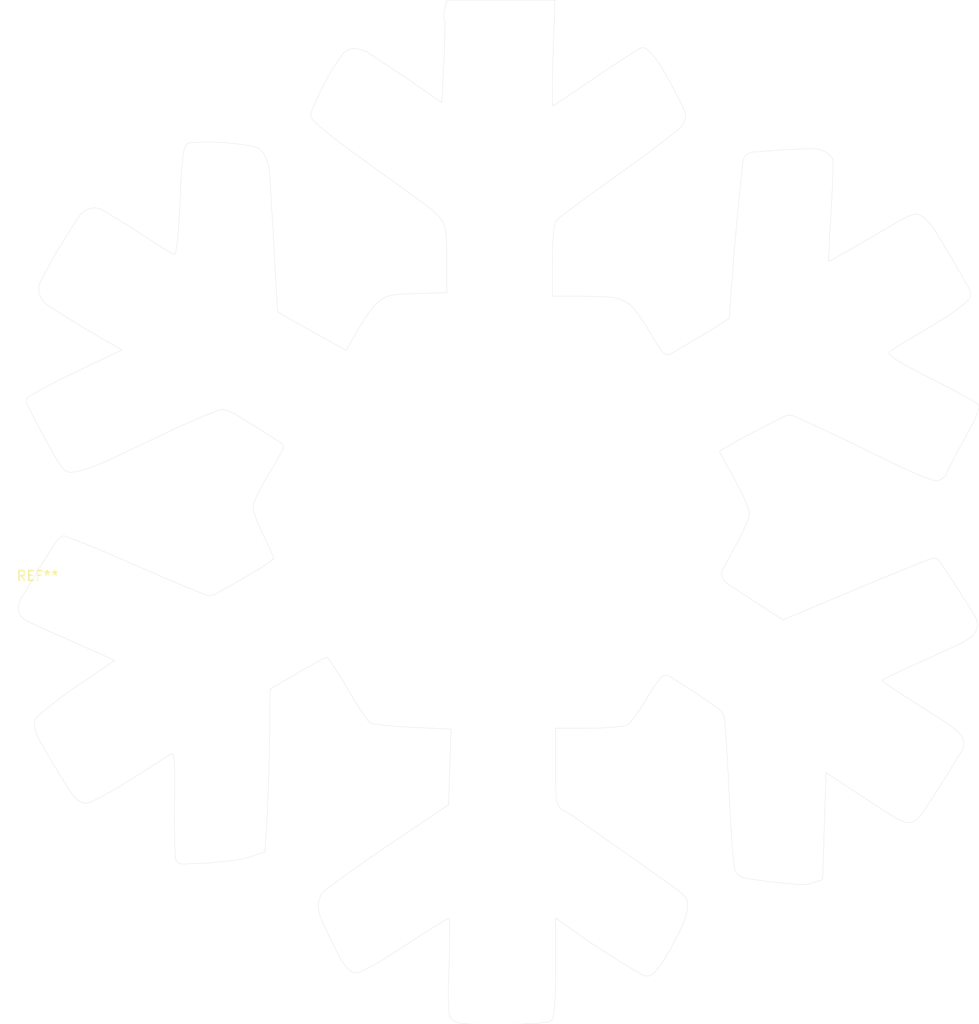
<source format=kicad_pcb>
(kicad_pcb (version 20211014) (generator pcbnew)
  (layers (0 "F.Cu" signal) (31 "B.Cu" signal) (34 "B.Paste" user) (35 "F.Paste" user) (36 "B.SilkS" user "B.Silkscreen") (37 "F.SilkS" user "F.Silkscreen") (38 "B.Mask" user) (39 "F.Mask" user) (44 "Edge.Cuts" user))
  (net 0 "")
  (footprint "IEEEOrnamentOutlines:Snowflake" (layer "F.Cu") (at 92.06 104.73)
    (fp_text reference "REF**" (at 0 0.5) (layer "F.SilkS"))
    (fp_text value "Snowflake")
    (fp_line (start 32.164063 -23.390444) (end 31.844649 -22.830767) (layer "Edge.Cuts") (width 0.024499))
    (fp_line (start 39.942292 -28.571907) (end 37.50441 -28.486176) (layer "Edge.Cuts") (width 0.024499))
    (fp_line (start 67.643857 12.481934) (end 70.096635 14.164182) (layer "Edge.Cuts") (width 0.024499))
    (fp_line (start 54.117291 36.265111) (end 56.933232 38.246182) (layer "Edge.Cuts") (width 0.024499))
    (fp_line (start 88.93333 -10.66407) (end 90.986188 -9.758007) (layer "Edge.Cuts") (width 0.024499))
    (fp_line (start 56.077563 -28.276691) (end 52.979792 -28.276691) (layer "Edge.Cuts") (width 0.024499))
    (fp_line (start 23.720683 -2.70764) (end 24.047609 -1.966854) (layer "Edge.Cuts") (width 0.024499))
    (fp_line (start 52.978806 -47.937935) (end 52.98487 -49.470284) (layer "Edge.Cuts") (width 0.024499))
    (fp_line (start 73.188571 -6.392345) (end 72.811532 -7.316768) (layer "Edge.Cuts") (width 0.024499))
    (fp_line (start 34.762802 15.76912) (end 35.896104 15.891558) (layer "Edge.Cuts") (width 0.024499))
    (fp_line (start 5.524046 8.112004) (end 7.943301 9.194961) (layer "Edge.Cuts") (width 0.024499))
    (fp_line (start 94.690784 -12.275951) (end 95.381105 -13.533862) (layer "Edge.Cuts") (width 0.024499))
    (fp_line (start 63.170083 12.337705) (end 63.686331 11.570509) (layer "Edge.Cuts") (width 0.024499))
    (fp_line (start 2.020467 -19.544334) (end 0.430534 -18.702134) (layer "Edge.Cuts") (width 0.024499))
    (fp_line (start 88.944651 -23.356782) (end 90.064656 -24.036388) (layer "Edge.Cuts") (width 0.024499))
    (fp_line (start 60.707846 -52.952784) (end 59.219828 -51.991828) (layer "Edge.Cuts") (width 0.024499))
    (fp_line (start 29.81708 -50.676691) (end 29.181684 -49.481448) (layer "Edge.Cuts") (width 0.024499))
    (fp_line (start 2.436584 12.986089) (end 1.095976 14.024778) (layer "Edge.Cuts") (width 0.024499))
    (fp_line (start 68.642291 -24.383951) (end 67.615338 -23.784083) (layer "Edge.Cuts") (width 0.024499))
    (fp_line (start 71.116928 -25.963198) (end 70.439369 -25.497267) (layer "Edge.Cuts") (width 0.024499))
    (fp_line (start 1.934101 -32.778084) (end 0.324411 -29.82134) (layer "Edge.Cuts") (width 0.024499))
    (fp_line (start 42.129792 -32.240681) (end 42.129792 -28.626691) (layer "Edge.Cuts") (width 0.024499))
    (fp_line (start 23.301974 -3.563494) (end 23.720683 -2.70764) (layer "Edge.Cuts") (width 0.024499))
    (fp_line (start 95.178346 -18.105414) (end 93.61008 -18.944719) (layer "Edge.Cuts") (width 0.024499))
    (fp_line (start 95.381105 -13.533862) (end 96.217476 -15.087334) (layer "Edge.Cuts") (width 0.024499))
    (fp_line (start 61.506773 14.922556) (end 62.077229 14.112876) (layer "Edge.Cuts") (width 0.024499))
    (fp_line (start 85.541214 -34.174387) (end 83.995842 -33.27512) (layer "Edge.Cuts") (width 0.024499))
    (fp_line (start 24.864864 -11.793432) (end 24.357729 -10.910132) (layer "Edge.Cuts") (width 0.024499))
    (fp_line (start 62.632622 13.218471) (end 63.170083 12.337705) (layer "Edge.Cuts") (width 0.024499))
    (fp_line (start 28.648345 9.433218) (end 29.455548 8.997679) (layer "Edge.Cuts") (width 0.024499))
    (fp_line (start 59.230126 16.072806) (end 60.244341 15.965271) (layer "Edge.Cuts") (width 0.024499))
    (fp_line (start 22.509433 -5.361661) (end 22.872378 -4.468665) (layer "Edge.Cuts") (width 0.024499))
    (fp_line (start 27.696832 9.963049) (end 28.648345 9.433218) (layer "Edge.Cuts") (width 0.024499))
    (fp_line (start 33.980633 -26.393804) (end 33.433896 -25.585421) (layer "Edge.Cuts") (width 0.024499))
    (fp_line (start 25.27421 -12.546789) (end 24.864864 -11.793432) (layer "Edge.Cuts") (width 0.024499))
    (fp_line (start 80.804792 31.732767) (end 80.979792 26.239228) (layer "Edge.Cuts") (width 0.024499))
    (fp_line (start 88.307026 10.542853) (end 89.801208 9.837057) (layer "Edge.Cuts") (width 0.024499))
    (fp_line (start 71.671391 -2.281984) (end 72.287034 -3.411237) (layer "Edge.Cuts") (width 0.024499))
    (fp_line (start 64.248856 -44.078178) (end 65.945702 -45.417074) (layer "Edge.Cuts") (width 0.024499))
    (fp_line (start 70.439369 -25.497267) (end 69.616073 -24.966612) (layer "Edge.Cuts") (width 0.024499))
    (fp_line (start 63.686331 11.570509) (end 64.140785 10.956227) (layer "Edge.Cuts") (width 0.024499))
    (fp_line (start 0 0) (end -1.732624 2.903332) (layer "Edge.Cuts") (width 0.024499))
    (fp_line (start 22.872378 -4.468665) (end 23.301974 -3.563494) (layer "Edge.Cuts") (width 0.024499))
    (fp_line (start 30.330936 38.223309) (end 31.10906 39.725212) (layer "Edge.Cuts") (width 0.024499))
    (fp_line (start 90.064656 -24.036388) (end 91.304791 -24.774331) (layer "Edge.Cuts") (width 0.024499))
    (fp_line (start 91.823284 -19.867122) (end 89.596159 -21.026713) (layer "Edge.Cuts") (width 0.024499))
    (fp_line (start 12.301337 19.721348) (end 13.39941 19.021875) (layer "Edge.Cuts") (width 0.024499))
    (fp_line (start 37.484061 -51.029539) (end 33.958734 -53.347228) (layer "Edge.Cuts") (width 0.024499))
    (fp_line (start 14.910461 30.138083) (end 17.573747 30.032815) (layer "Edge.Cuts") (width 0.024499))
    (fp_line (start 60.989312 15.569457) (end 61.506773 14.922556) (layer "Edge.Cuts") (width 0.024499))
    (fp_line (start 9.985821 -0.636032) (end 7.239903 -1.830366) (layer "Edge.Cuts") (width 0.024499))
    (fp_line (start 93.61008 -18.944719) (end 91.823284 -19.867122) (layer "Edge.Cuts") (width 0.024499))
    (fp_line (start 79.835673 32.07293) (end 80.804792 31.732767) (layer "Edge.Cuts") (width 0.024499))
    (fp_line (start 65.942708 32.859906) (end 60.62432 29.083693) (layer "Edge.Cuts") (width 0.024499))
    (fp_line (start 59.851453 -40.838758) (end 62.188825 -42.52288) (layer "Edge.Cuts") (width 0.024499))
    (fp_line (start 52.979792 -31.884795) (end 53.006384 -33.484357) (layer "Edge.Cuts") (width 0.024499))
    (fp_line (start 75.700636 32.014885) (end 78.477376 32.262875) (layer "Edge.Cuts") (width 0.024499))
    (fp_line (start 81.154792 20.745688) (end 85.128448 23.359499) (layer "Edge.Cuts") (width 0.024499))
    (fp_line (start 85.128448 23.359499) (end 87.738315 25.047632) (layer "Edge.Cuts") (width 0.024499))
    (fp_line (start 24.423081 -31.571229) (end 24.26591 -34.589515) (layer "Edge.Cuts") (width 0.024499))
    (fp_line (start 57.522015 -39.175363) (end 59.851453 -40.838758) (layer "Edge.Cuts") (width 0.024499))
    (fp_line (start 42.143128 -58.726691) (end 41.92851 -57.871583) (layer "Edge.Cuts") (width 0.024499))
    (fp_line (start 53.329792 40.735619) (end 53.329792 35.687929) (layer "Edge.Cuts") (width 0.024499))
    (fp_line (start 81.676461 -36.973862) (end 81.784445 -38.921093) (layer "Edge.Cuts") (width 0.024499))
    (fp_line (start 31.189924 -44.008397) (end 34.342291 -41.714183) (layer "Edge.Cuts") (width 0.024499))
    (fp_line (start 26.636868 10.573309) (end 27.696832 9.963049) (layer "Edge.Cuts") (width 0.024499))
    (fp_line (start 53.006384 -33.484357) (end 53.091357 -34.7143) (layer "Edge.Cuts") (width 0.024499))
    (fp_line (start 24.702622 -26.732195) (end 24.566887 -29.021603) (layer "Edge.Cuts") (width 0.024499))
    (fp_line (start 41.928268 -55.320837) (end 41.894062 -53.923573) (layer "Edge.Cuts") (width 0.024499))
    (fp_line (start -1.079818 -17.147319) (end 0.329374 -14.420809) (layer "Edge.Cuts") (width 0.024499))
    (fp_line (start 14.081818 26.047458) (end 14.116264 27.891904) (layer "Edge.Cuts") (width 0.024499))
    (fp_line (start 18.005121 -44.121743) (end 16.836407 -44.126637) (layer "Edge.Cuts") (width 0.024499))
    (fp_line (start 23.793364 21.279937) (end 23.857156 18.948218) (layer "Edge.Cuts") (width 0.024499))
    (fp_line (start 29.181684 -49.481448) (end 28.642744 -48.350605) (layer "Edge.Cuts") (width 0.024499))
    (fp_line (start 88.010497 -22.779187) (end 88.944651 -23.356782) (layer "Edge.Cuts") (width 0.024499))
    (fp_line (start 16.836407 -44.126637) (end 15.867257 -44.088603) (layer "Edge.Cuts") (width 0.024499))
    (fp_line (start 94.707112 1.800337) (end 92.841395 -1.017752) (layer "Edge.Cuts") (width 0.024499))
    (fp_line (start 32.660821 13.392303) (end 33.391573 14.514635) (layer "Edge.Cuts") (width 0.024499))
    (fp_line (start 23.404792 28.880665) (end 23.624404 25.239487) (layer "Edge.Cuts") (width 0.024499))
    (fp_line (start 34.511086 -27.09861) (end 33.980633 -26.393804) (layer "Edge.Cuts") (width 0.024499))
    (fp_line (start 33.433896 -25.585421) (end 32.952691 -24.784453) (layer "Edge.Cuts") (width 0.024499))
    (fp_line (start 29.351948 36.154211) (end 30.330936 38.223309) (layer "Edge.Cuts") (width 0.024499))
    (fp_line (start 94.153176 -32.075328) (end 92.488215 -34.84702) (layer "Edge.Cuts") (width 0.024499))
    (fp_line (start 59.707912 40.031071) (end 62.193237 41.513582) (layer "Edge.Cuts") (width 0.024499))
    (fp_line (start 14.116264 27.891904) (end 14.180116 29.445352) (layer "Edge.Cuts") (width 0.024499))
    (fp_line (start 35.896104 15.891558) (end 37.256815 16.00416) (layer "Edge.Cuts") (width 0.024499))
    (fp_line (start 42.431449 20.157381) (end 42.304792 24.048309) (layer "Edge.Cuts") (width 0.024499))
    (fp_line (start 72.300375 -8.395988) (end 71.695632 -9.515967) (layer "Edge.Cuts") (width 0.024499))
    (fp_line (start 53.255132 -58.726691) (end 47.69913 -58.726691) (layer "Edge.Cuts") (width 0.024499))
    (fp_line (start 23.891196 16.87331) (end 23.938377 12.148309) (layer "Edge.Cuts") (width 0.024499))
    (fp_line (start 90.52714 13.694324) (end 89.155493 12.820664) (layer "Edge.Cuts") (width 0.024499))
    (fp_line (start 41.822457 -52.319586) (end 41.604792 -48.187481) (layer "Edge.Cuts") (width 0.024499))
    (fp_line (start 35.738636 39.871784) (end 37.711888 38.601729) (layer "Edge.Cuts") (width 0.024499))
    (fp_line (start 20.664382 1.043402) (end 18.315195 2.369973) (layer "Edge.Cuts") (width 0.024499))
    (fp_line (start 33.391573 14.514635) (end 34.037823 15.412309) (layer "Edge.Cuts") (width 0.024499))
    (fp_line (start 81.413058 -31.97523) (end 81.478207 -33.42157) (layer "Edge.Cuts") (width 0.024499))
    (fp_line (start 76.684514 -43.331901) (end 73.685978 -43.09987) (layer "Edge.Cuts") (width 0.024499))
    (fp_line (start 0.603252 18.137331) (end 2.350555 21.066244) (layer "Edge.Cuts") (width 0.024499))
    (fp_line (start 8.02688 22.423648) (end 9.545785 21.487375) (layer "Edge.Cuts") (width 0.024499))
    (fp_line (start 59.219828 -51.991828) (end 57.529792 -50.851691) (layer "Edge.Cuts") (width 0.024499))
    (fp_line (start 72.806559 -4.498284) (end 73.189302 -5.428985) (layer "Edge.Cuts") (width 0.024499))
    (fp_line (start 33.20054 41.236152) (end 34.28027 40.715014) (layer "Edge.Cuts") (width 0.024499))
    (fp_line (start 53.329791 20.185995) (end 53.329792 16.173309) (layer "Edge.Cuts") (width 0.024499))
    (fp_line (start 87.009304 11.174552) (end 88.307026 10.542853) (layer "Edge.Cuts") (width 0.024499))
    (fp_line (start 12.750489 0.574638) (end 9.985821 -0.636032) (layer "Edge.Cuts") (width 0.024499))
    (fp_line (start 1.111421 -27.276732) (end 4.398592 -25.228687) (layer "Edge.Cuts") (width 0.024499))
    (fp_line (start 80.979792 26.239228) (end 81.154792 20.745688) (layer "Edge.Cuts") (width 0.024499))
    (fp_line (start 71.096955 -10.580072) (end 70.608125 -11.485257) (layer "Edge.Cuts") (width 0.024499))
    (fp_line (start 67.615338 -23.784083) (end 66.627991 -23.200243) (layer "Edge.Cuts") (width 0.024499))
    (fp_line (start 7.943301 9.194961) (end 3.975601 11.896635) (layer "Edge.Cuts") (width 0.024499))
    (fp_line (start 42.285903 44.213445) (end 42.344791 45.434852) (layer "Edge.Cuts") (width 0.024499))
    (fp_line (start 2.350555 21.066244) (end 3.293453 22.570796) (layer "Edge.Cuts") (width 0.024499))
    (fp_line (start 42.4263 38.69834) (end 42.360475 40.523978) (layer "Edge.Cuts") (width 0.024499))
    (fp_line (start 13.39941 19.021875) (end 13.717995 18.825833) (layer "Edge.Cuts") (width 0.024499))
    (fp_line (start 79.632588 -43.444614) (end 76.684514 -43.331901) (layer "Edge.Cuts") (width 0.024499))
    (fp_line (start 32.530877 -24.03655) (end 32.164063 -23.390444) (layer "Edge.Cuts") (width 0.024499))
    (fp_line (start 42.432645 37.165732) (end 42.4263 38.69834) (layer "Edge.Cuts") (width 0.024499))
    (fp_line (start 32.952691 -24.784453) (end 32.530877 -24.03655) (layer "Edge.Cuts") (width 0.024499))
    (fp_line (start 53.22773 44.658769) (end 53.306348 43.039341) (layer "Edge.Cuts") (width 0.024499))
    (fp_line (start 57.529792 -50.851691) (end 55.856753 -49.711185) (layer "Edge.Cuts") (width 0.024499))
    (fp_line (start 22.642448 -7.897252) (end 22.268461 -7.040788) (layer "Edge.Cuts") (width 0.024499))
    (fp_line (start 74.494662 -14.713463) (end 76.82745 -15.891989) (layer "Edge.Cuts") (width 0.024499))
    (fp_line (start 23.754791 -9.919922) (end 23.151764 -8.893031) (layer "Edge.Cuts") (width 0.024499))
    (fp_line (start 13.689233 -32.738326) (end 12.572245 -33.438311) (layer "Edge.Cuts") (width 0.024499))
    (fp_line (start 72.287034 -3.411237) (end 72.806559 -4.498284) (layer "Edge.Cuts") (width 0.024499))
    (fp_line (start 81.784445 -38.921093) (end 81.847482 -40.635978) (layer "Edge.Cuts") (width 0.024499))
    (fp_line (start 64.41954 40.084327) (end 65.117354 38.92331) (layer "Edge.Cuts") (width 0.024499))
    (fp_line (start 85.118741 -12.522565) (end 88.93333 -10.66407) (layer "Edge.Cuts") (width 0.024499))
    (fp_line (start 41.604792 -48.187481) (end 37.484061 -51.029539) (layer "Edge.Cuts") (width 0.024499))
    (fp_line (start 41.894062 -53.923573) (end 41.822457 -52.319586) (layer "Edge.Cuts") (width 0.024499))
    (fp_line (start 53.010237 -51.221465) (end 53.070069 -53.301691) (layer "Edge.Cuts") (width 0.024499))
    (fp_line (start 29.900402 8.97623) (end 30.493388 9.806628) (layer "Edge.Cuts") (width 0.024499))
    (fp_line (start 84.277374 1.850895) (end 76.729402 5.028481) (layer "Edge.Cuts") (width 0.024499))
    (fp_line (start 76.729402 5.028481) (end 73.867097 3.186474) (layer "Edge.Cuts") (width 0.024499))
    (fp_line (start 14.891401 -14.982899) (end 17.065025 -15.926447) (layer "Edge.Cuts") (width 0.024499))
    (fp_line (start 91.941191 -1.264262) (end 89.737298 -0.392784) (layer "Edge.Cuts") (width 0.024499))
    (fp_line (start 4.444943 7.630685) (end 5.524046 8.112004) (layer "Edge.Cuts") (width 0.024499))
    (fp_line (start 42.285709 42.594054) (end 42.285903 44.213445) (layer "Edge.Cuts") (width 0.024499))
    (fp_line (start 89.155493 12.820664) (end 88.000041 12.05667) (layer "Edge.Cuts") (width 0.024499))
    (fp_line (start 20.343693 -16.125913) (end 22.667901 -14.709179) (layer "Edge.Cuts") (width 0.024499))
    (fp_line (start 14.074366 19.652241) (end 14.123749 21.081554) (layer "Edge.Cuts") (width 0.024499))
    (fp_line (start 72.608418 -42.146901) (end 72.15178 -37.812993) (layer "Edge.Cuts") (width 0.024499))
    (fp_line (start 11.000372 20.553293) (end 12.301337 19.721348) (layer "Edge.Cuts") (width 0.024499))
    (fp_line (start 72.811532 -7.316768) (end 72.300375 -8.395988) (layer "Edge.Cuts") (width 0.024499))
    (fp_line (start 82.355729 -13.865403) (end 85.118741 -12.522565) (layer "Edge.Cuts") (width 0.024499))
    (fp_line (start 37.256815 16.00416) (end 38.756449 16.090079) (layer "Edge.Cuts") (width 0.024499))
    (fp_line (start 31.907601 12.109779) (end 32.660821 13.392303) (layer "Edge.Cuts") (width 0.024499))
    (fp_line (start 65.522103 -49.506333) (end 64.471665 -51.407824) (layer "Edge.Cuts") (width 0.024499))
    (fp_line (start 53.091357 -34.7143) (end 53.223204 -35.620088) (layer "Edge.Cuts") (width 0.024499))
    (fp_line (start 53.106977 45.804673) (end 53.22773 44.658769) (layer "Edge.Cuts") (width 0.024499))
    (fp_line (start 33.466497 30.016681) (end 31.327088 31.550789) (layer "Edge.Cuts") (width 0.024499))
    (fp_line (start 14.123749 21.081554) (end 14.094547 23.946574) (layer "Edge.Cuts") (width 0.024499))
    (fp_line (start 71.051242 20.231526) (end 71.195376 23.161811) (layer "Edge.Cuts") (width 0.024499))
    (fp_line (start 17.573747 30.032815) (end 20.249924 29.769422) (layer "Edge.Cuts") (width 0.024499))
    (fp_line (start 35.934127 28.327361) (end 33.466497 30.016681) (layer "Edge.Cuts") (width 0.024499))
    (fp_line (start 11.260963 -34.276448) (end 9.787302 -35.239134) (layer "Edge.Cuts") (width 0.024499))
    (fp_line (start 72.139021 -13.461608) (end 74.494662 -14.713463) (layer "Edge.Cuts") (width 0.024499))
    (fp_line (start 73.867097 3.186474) (end 71.047657 1.326891) (layer "Edge.Cuts") (width 0.024499))
    (fp_line (start 66.392895 -47.789864) (end 65.522103 -49.506333) (layer "Edge.Cuts") (width 0.024499))
    (fp_line (start 70.210735 -12.338184) (end 72.139021 -13.461608) (layer "Edge.Cuts") (width 0.024499))
    (fp_line (start 24.26591 -34.589515) (end 23.880519 -40.991556) (layer "Edge.Cuts") (width 0.024499))
    (fp_line (start 47.69913 -58.726691) (end 42.143128 -58.726691) (layer "Edge.Cuts") (width 0.024499))
    (fp_line (start 88.000041 12.05667) (end 87.004738 11.379559) (layer "Edge.Cuts") (width 0.024499))
    (fp_line (start 22.667901 -14.709179) (end 25.095286 -13.154802) (layer "Edge.Cuts") (width 0.024499))
    (fp_line (start 24.566887 -29.021603) (end 24.423081 -31.571229) (layer "Edge.Cuts") (width 0.024499))
    (fp_line (start 94.108927 -11.171408) (end 94.690784 -12.275951) (layer "Edge.Cuts") (width 0.024499))
    (fp_line (start 63.984912 -22.987216) (end 62.905927 -24.750457) (layer "Edge.Cuts") (width 0.024499))
    (fp_line (start 3.198573 7.078058) (end 4.444943 7.630685) (layer "Edge.Cuts") (width 0.024499))
    (fp_line (start 1.004792 6.112933) (end 1.982412 6.541371) (layer "Edge.Cuts") (width 0.024499))
    (fp_line (start 0.430534 -18.702134) (end -0.883567 -17.957619) (layer "Edge.Cuts") (width 0.024499))
    (fp_line (start 23.938377 12.148309) (end 26.636868 10.573309) (layer "Edge.Cuts") (width 0.024499))
    (fp_line (start 5.487502 23.754007) (end 6.642514 23.190089) (layer "Edge.Cuts") (width 0.024499))
    (fp_line (start 72.15178 -37.812993) (end 71.677197 -32.581223) (layer "Edge.Cuts") (width 0.024499))
    (fp_line (start 14.371635 -33.69981) (end 14.206592 -32.715961) (layer "Edge.Cuts") (width 0.024499))
    (fp_line (start 3.975601 11.896635) (end 2.436584 12.986089) (layer "Edge.Cuts") (width 0.024499))
    (fp_line (start 93.100593 21.781479) (end 95.089915 18.57297) (layer "Edge.Cuts") (width 0.024499))
    (fp_line (start 1.779796 -2.838598) (end 0 0) (layer "Edge.Cuts") (width 0.024499))
    (fp_line (start 62.188825 -42.52288) (end 64.248856 -44.078178) (layer "Edge.Cuts") (width 0.024499))
    (fp_line (start 55.487795 -37.68399) (end 57.522015 -39.175363) (layer "Edge.Cuts") (width 0.024499))
    (fp_line (start 71.195376 23.161811) (end 71.377488 26.722343) (layer "Edge.Cuts") (width 0.024499))
    (fp_line (start 42.129792 -28.626691) (end 39.942292 -28.571907) (layer "Edge.Cuts") (width 0.024499))
    (fp_line (start 31.327088 31.550789) (end 29.547904 32.880504) (layer "Edge.Cuts") (width 0.024499))
    (fp_line (start 41.936729 -56.510451) (end 41.928268 -55.320837) (layer "Edge.Cuts") (width 0.024499))
    (fp_line (start 23.712075 23.509281) (end 23.793364 21.279937) (layer "Edge.Cuts") (width 0.024499))
    (fp_line (start 53.329792 16.173309) (end 56.677801 16.173309) (layer "Edge.Cuts") (width 0.024499))
    (fp_line (start 51.413863 46.520553) (end 52.516901 46.399115) (layer "Edge.Cuts") (width 0.024499))
    (fp_line (start 24.357729 -10.910132) (end 23.754791 -9.919922) (layer "Edge.Cuts") (width 0.024499))
    (fp_line (start 9.787302 -35.239134) (end 6.693523 -37.133369) (layer "Edge.Cuts") (width 0.024499))
    (fp_line (start 8.667393 -22.731132) (end 3.87159 -20.45232) (layer "Edge.Cuts") (width 0.024499))
    (fp_line (start 91.304791 -24.774331) (end 93.483414 -26.105133) (layer "Edge.Cuts") (width 0.024499))
    (fp_line (start 53.776749 -36.400018) (end 55.487795 -37.68399) (layer "Edge.Cuts") (width 0.024499))
    (fp_line (start 47.672106 46.623309) (end 49.860428 46.599601) (layer "Edge.Cuts") (width 0.024499))
    (fp_line (start 58.00664 16.148294) (end 59.230126 16.072806) (layer "Edge.Cuts") (width 0.024499))
    (fp_line (start 53.34924 22.541485) (end 53.329791 20.185995) (layer "Edge.Cuts") (width 0.024499))
    (fp_line (start 53.070069 -53.301691) (end 53.255132 -58.726691) (layer "Edge.Cuts") (width 0.024499))
    (fp_line (start 4.866374 -2.799168) (end 2.816343 -3.591725) (layer "Edge.Cuts") (width 0.024499))
    (fp_line (start 56.933232 38.246182) (end 59.707912 40.031071) (layer "Edge.Cuts") (width 0.024499))
    (fp_line (start 65.099985 10.865477) (end 67.643857 12.481934) (layer "Edge.Cuts") (width 0.024499))
    (fp_line (start 87.202156 0.633105) (end 84.277374 1.850895) (layer "Edge.Cuts") (width 0.024499))
    (fp_line (start 31.700491 -22.731769) (end 28.459962 -24.530592) (layer "Edge.Cuts") (width 0.024499))
    (fp_line (start 53.329792 35.687929) (end 54.117291 36.265111) (layer "Edge.Cuts") (width 0.024499))
    (fp_line (start 11.878435 -13.560304) (end 14.891401 -14.982899) (layer "Edge.Cuts") (width 0.024499))
    (fp_line (start 61.990117 -53.75001) (end 60.707846 -52.952784) (layer "Edge.Cuts") (width 0.024499))
    (fp_line (start 17.065025 -15.926447) (end 18.66196 -16.537551) (layer "Edge.Cuts") (width 0.024499))
    (fp_line (start 89.011256 -36.190355) (end 85.541214 -34.174387) (layer "Edge.Cuts") (width 0.024499))
    (fp_line (start 23.151764 -8.893031) (end 22.642448 -7.897252) (layer "Edge.Cuts") (width 0.024499))
    (fp_line (start 34.28027 40.715014) (end 35.738636 39.871784) (layer "Edge.Cuts") (width 0.024499))
    (fp_line (start -0.715763 5.331239) (end 1.004792 6.112933) (layer "Edge.Cuts") (width 0.024499))
    (fp_line (start 65.117354 38.92331) (end 66.173953 36.906868) (layer "Edge.Cuts") (width 0.024499))
    (fp_line (start 49.860428 46.599601) (end 51.413863 46.520553) (layer "Edge.Cuts") (width 0.024499))
    (fp_line (start 54.422706 -48.750597) (end 53.152241 -47.91042) (layer "Edge.Cuts") (width 0.024499))
    (fp_line (start 82.681434 -32.531269) (end 81.517152 -31.88562) (layer "Edge.Cuts") (width 0.024499))
    (fp_line (start 95.835614 -29.145478) (end 94.153176 -32.075328) (layer "Edge.Cuts") (width 0.024499))
    (fp_line (start 4.211354 -36.411662) (end 1.934101 -32.778084) (layer "Edge.Cuts") (width 0.024499))
    (fp_line (start 31.171405 10.851448) (end 31.907601 12.109779) (layer "Edge.Cuts") (width 0.024499))
    (fp_line (start 89.737298 -0.392784) (end 87.202156 0.633105) (layer "Edge.Cuts") (width 0.024499))
    (fp_line (start 71.695632 -9.515967) (end 71.096955 -10.580072) (layer "Edge.Cuts") (width 0.024499))
    (fp_line (start 65.789044 -22.698) (end 65.348397 -22.42364) (layer "Edge.Cuts") (width 0.024499))
    (fp_line (start 14.520195 -35.309137) (end 14.371635 -33.69981) (layer "Edge.Cuts") (width 0.024499))
    (fp_line (start 70.743524 15.457339) (end 70.896139 17.647167) (layer "Edge.Cuts") (width 0.024499))
    (fp_line (start 3.87159 -20.45232) (end 2.020467 -19.544334) (layer "Edge.Cuts") (width 0.024499))
    (fp_line (start 37.711888 38.601729) (end 39.370368 37.517652) (layer "Edge.Cuts") (width 0.024499))
    (fp_line (start 29.41883 -45.406152) (end 31.189924 -44.008397) (layer "Edge.Cuts") (width 0.024499))
    (fp_line (start 96.456559 4.589154) (end 94.707112 1.800337) (layer "Edge.Cuts") (width 0.024499))
    (fp_line (start 22.902338 -0.28633) (end 20.664382 1.043402) (layer "Edge.Cuts") (width 0.024499))
    (fp_line (start 1.982412 6.541371) (end 3.198573 7.078058) (layer "Edge.Cuts") (width 0.024499))
    (fp_line (start 93.625695 -10.220883) (end 94.108927 -11.171408) (layer "Edge.Cuts") (width 0.024499))
    (fp_line (start 7.355989 -11.427736) (end 11.878435 -13.560304) (layer "Edge.Cuts") (width 0.024499))
    (fp_line (start 96.49388 -17.378414) (end 95.178346 -18.105414) (layer "Edge.Cuts") (width 0.024499))
    (fp_line (start 40.816577 36.604158) (end 42.072387 35.833021) (layer "Edge.Cuts") (width 0.024499))
    (fp_line (start 91.575841 9.032392) (end 94.67688 7.618303) (layer "Edge.Cuts") (width 0.024499))
    (fp_line (start 72.918084 31.615234) (end 75.700636 32.014885) (layer "Edge.Cuts") (width 0.024499))
    (fp_line (start 91.089747 24.896084) (end 93.100593 21.781479) (layer "Edge.Cuts") (width 0.024499))
    (fp_line (start 52.98487 -49.470284) (end 53.010237 -51.221465) (layer "Edge.Cuts") (width 0.024499))
    (fp_line (start 71.677197 -32.581223) (end 71.196702 -26.104629) (layer "Edge.Cuts") (width 0.024499))
    (fp_line (start 70.523075 -0.161084) (end 71.671391 -2.281984) (layer "Edge.Cuts") (width 0.024499))
    (fp_line (start 56.677801 16.173309) (end 58.00664 16.148294) (layer "Edge.Cuts") (width 0.024499))
    (fp_line (start 81.561632 -35.052674) (end 81.676461 -36.973862) (layer "Edge.Cuts") (width 0.024499))
    (fp_line (start 19.282798 -44.062058) (end 18.005121 -44.121743) (layer "Edge.Cuts") (width 0.024499))
    (fp_line (start 70.896139 17.647167) (end 71.051242 20.231526) (layer "Edge.Cuts") (width 0.024499))
    (fp_line (start 23.624404 25.239487) (end 23.712075 23.509281) (layer "Edge.Cuts") (width 0.024499))
    (fp_line (start 70.608125 -11.485257) (end 70.193865 -12.277114) (layer "Edge.Cuts") (width 0.024499))
    (fp_line (start 60.62432 29.083693) (end 55.531247 25.497916) (layer "Edge.Cuts") (width 0.024499))
    (fp_line (start 22.121972 29.32339) (end 23.404792 28.880665) (layer "Edge.Cuts") (width 0.024499))
    (fp_line (start 17.268655 2.436017) (end 15.184478 1.595253) (layer "Edge.Cuts") (width 0.024499))
    (fp_line (start 7.239903 -1.830366) (end 4.866374 -2.799168) (layer "Edge.Cuts") (width 0.024499))
    (fp_line (start 93.391259 15.519377) (end 90.52714 13.694324) (layer "Edge.Cuts") (width 0.024499))
    (fp_line (start 24.047609 -1.966854) (end 24.296054 -1.343849) (layer "Edge.Cuts") (width 0.024499))
    (fp_line (start 42.360475 40.523978) (end 42.285709 42.594054) (layer "Edge.Cuts") (width 0.024499))
    (fp_line (start 89.801208 9.837057) (end 91.575841 9.032392) (layer "Edge.Cuts") (width 0.024499))
    (fp_line (start 14.979319 -42.689794) (end 14.823229 -41.107388) (layer "Edge.Cuts") (width 0.024499))
    (fp_line (start 22.246817 -6.13619) (end 22.509433 -5.361661) (layer "Edge.Cuts") (width 0.024499))
    (fp_line (start 83.995842 -33.27512) (end 82.681434 -32.531269) (layer "Edge.Cuts") (width 0.024499))
    (fp_line (start 71.561329 29.051533) (end 71.755511 30.657342) (layer "Edge.Cuts") (width 0.024499))
    (fp_line (start 6.642514 23.190089) (end 8.02688 22.423648) (layer "Edge.Cuts") (width 0.024499))
    (fp_line (start 58.937519 -28.172337) (end 56.077563 -28.276691) (layer "Edge.Cuts") (width 0.024499))
    (fp_line (start 71.377488 26.722343) (end 71.561329 29.051533) (layer "Edge.Cuts") (width 0.024499))
    (fp_line (start 66.627991 -23.200243) (end 65.789044 -22.698) (layer "Edge.Cuts") (width 0.024499))
    (fp_line (start 38.756449 16.090079) (end 42.558106 16.266452) (layer "Edge.Cuts") (width 0.024499))
    (fp_line (start 42.304792 24.048309) (end 35.934127 28.327361) (layer "Edge.Cuts") (width 0.024499))
    (fp_line (start 62.077229 14.112876) (end 62.632622 13.218471) (layer "Edge.Cuts") (width 0.024499))
    (fp_line (start 0.329374 -14.420809) (end 1.729167 -11.872697) (layer "Edge.Cuts") (width 0.024499))
    (fp_line (start 30.493388 9.806628) (end 31.171405 10.851448) (layer "Edge.Cuts") (width 0.024499))
    (fp_line (start 44.796296 46.605198) (end 47.672106 46.623309) (layer "Edge.Cuts") (width 0.024499))
    (fp_line (start 53.306348 43.039341) (end 53.329792 40.735619) (layer "Edge.Cuts") (width 0.024499))
    (fp_line (start 15.184478 1.595253) (end 12.750489 0.574638) (layer "Edge.Cuts") (width 0.024499))
    (fp_line (start 77.841337 -15.933297) (end 79.926255 -14.997354) (layer "Edge.Cuts") (width 0.024499))
    (fp_line (start 9.545785 21.487375) (end 11.000372 20.553293) (layer "Edge.Cuts") (width 0.024499))
    (fp_line (start 28.642744 -48.350605) (end 28.237003 -47.389579) (layer "Edge.Cuts") (width 0.024499))
    (fp_line (start 42.558106 16.266452) (end 42.431449 20.157381) (layer "Edge.Cuts") (width 0.024499))
    (fp_line (start 28.459962 -24.530592) (end 25.496125 -26.185684) (layer "Edge.Cuts") (width 0.024499))
    (fp_line (start 1.095976 14.024778) (end 0.025281 14.931464) (layer "Edge.Cuts") (width 0.024499))
    (fp_line (start 14.665006 -38.064648) (end 14.520195 -35.309137) (layer "Edge.Cuts") (width 0.024499))
    (fp_line (start 79.926255 -14.997354) (end 82.355729 -13.865403) (layer "Edge.Cuts") (width 0.024499))
    (fp_line (start 69.616073 -24.966612) (end 68.642291 -24.383951) (layer "Edge.Cuts") (width 0.024499))
    (fp_line (start 81.478207 -33.42157) (end 81.561632 -35.052674) (layer "Edge.Cuts") (width 0.024499))
    (fp_line (start 42.402115 35.886713) (end 42.432645 37.165732) (layer "Edge.Cuts") (width 0.024499))
    (fp_line (start 81.847482 -40.635978) (end 81.876538 -42.087275) (layer "Edge.Cuts") (width 0.024499))
    (fp_line (start 14.094547 23.946574) (end 14.081818 26.047458) (layer "Edge.Cuts") (width 0.024499))
    (fp_line (start 14.823229 -41.107388) (end 14.665006 -38.064648) (layer "Edge.Cuts") (width 0.024499))
    (fp_line (start 23.857156 18.948218) (end 23.891196 16.87331) (layer "Edge.Cuts") (width 0.024499))
    (fp_line (start 12.572245 -33.438311) (end 11.260963 -34.276448) (layer "Edge.Cuts") (width 0.024499))
    (fp_line (start 55.856753 -49.711185) (end 54.422706 -48.750597) (layer "Edge.Cuts") (width 0.024499))
    (fp_line (start 34.342291 -41.714183) (end 40.150713 -37.511312) (layer "Edge.Cuts") (width 0.024499))
    (fp_line (start 52.979792 -28.276691) (end 52.979792 -31.884795) (layer "Edge.Cuts") (width 0.024499))
    (fp_line (start 39.370368 37.517652) (end 40.816577 36.604158) (layer "Edge.Cuts") (width 0.024499))
    (fp_line (start 4.398592 -25.228687) (end 8.667393 -22.731132) (layer "Edge.Cuts") (width 0.024499))
    (fp_arc (start 63.312289 41.461457) (mid 63.126851 41.587285) (end 62.912442 41.652465) (layer "Edge.Cuts") (width 0.024499))
    (fp_arc (start 13.717994 18.825833) (mid 13.859779 18.815369) (end 13.953345 18.922411) (layer "Edge.Cuts") (width 0.024499))
    (fp_arc (start 25.095286 -13.154801) (mid 25.258756 -12.980058) (end 25.322059 -12.749298) (layer "Edge.Cuts") (width 0.024499))
    (fp_arc (start -0.255717 15.347537) (mid -0.141958 15.121441) (end 0.025281 14.931464) (layer "Edge.Cuts") (width 0.024499))
    (fp_arc (start 95.807742 -27.879698) (mid 95.371381 -27.477922) (end 94.912035 -27.102642) (layer "Edge.Cuts") (width 0.024499))
    (fp_arc (start 22.121972 29.32339) (mid 21.196932 29.592505) (end 20.249924 29.769422) (layer "Edge.Cuts") (width 0.024499))
    (fp_arc (start 95.835614 -29.145479) (mid 95.980436 -28.788816) (end 96.029792 -28.407049) (layer "Edge.Cuts") (width 0.024499))
    (fp_arc (start 19.282798 -44.062058) (mid 20.755246 -43.915735) (end 22.214362 -43.669782) (layer "Edge.Cuts") (width 0.024499))
    (fp_arc (start 1.779797 -2.838598) (mid 2.108264 -3.242263) (end 2.517801 -3.563378) (layer "Edge.Cuts") (width 0.024499))
    (fp_arc (start 79.632588 -43.444614) (mid 80.265265 -43.389134) (end 80.873037 -43.204819) (layer "Edge.Cuts") (width 0.024499))
    (fp_arc (start 93.391259 15.519377) (mid 93.998454 15.939148) (end 94.57864 16.395524) (layer "Edge.Cuts") (width 0.024499))
    (fp_arc (start 3.895853 23.345702) (mid 3.578255 22.970996) (end 3.293453 22.570796) (layer "Edge.Cuts") (width 0.024499))
    (fp_arc (start 34.925319 -27.549002) (mid 35.261421 -27.829071) (end 35.628385 -28.067274) (layer "Edge.Cuts") (width 0.024499))
    (fp_arc (start 64.860014 -22.260677) (mid 64.64507 -22.290092) (end 64.460431 -22.404) (layer "Edge.Cuts") (width 0.024499))
    (fp_arc (start -0.071677 16.840876) (mid -0.221637 16.443027) (end -0.316965 16.028679) (layer "Edge.Cuts") (width 0.024499))
    (fp_arc (start 66.902384 34.257439) (mid 66.86296 34.826684) (end 66.747292 35.385445) (layer "Edge.Cuts") (width 0.024499))
    (fp_arc (start 81.443857 -31.895959) (mid 81.420117 -31.932354) (end 81.413058 -31.97523) (layer "Edge.Cuts") (width 0.024499))
    (fp_arc (start 22.246818 -6.13619) (mid 22.196642 -6.356978) (end 22.179792 -6.582768) (layer "Edge.Cuts") (width 0.024499))
    (fp_arc (start 61.990118 -53.75001) (mid 62.12038 -53.807151) (end 62.261275 -53.82669) (layer "Edge.Cuts") (width 0.024499))
    (fp_arc (start 41.827528 -56.897595) (mid 41.822272 -57.041116) (end 41.824851 -57.184711) (layer "Edge.Cuts") (width 0.024499))
    (fp_arc (start 58.937519 -28.172337) (mid 59.694521 -28.039367) (end 60.40949 -27.757314) (layer "Edge.Cuts") (width 0.024499))
    (fp_arc (start 89.596159 -21.026713) (mid 88.961473 -21.383081) (end 88.343077 -21.767023) (layer "Edge.Cuts") (width 0.024499))
    (fp_arc (start 70.649113 14.93943) (mid 70.710249 15.195845) (end 70.743524 15.457339) (layer "Edge.Cuts") (width 0.024499))
    (fp_arc (start 52.909791 46.20331) (mid 52.729299 46.333222) (end 52.516901 46.399115) (layer "Edge.Cuts") (width 0.024499))
    (fp_arc (start 4.933747 -10.467348) (mid 4.21108 -10.269599) (end 3.470776 -10.154265) (layer "Edge.Cuts") (width 0.024499))
    (fp_arc (start 63.82182 40.916502) (mid 63.576905 41.19819) (end 63.312289 41.461457) (layer "Edge.Cuts") (width 0.024499))
    (fp_arc (start 71.047657 1.326891) (mid 70.716078 1.022314) (end 70.48828 0.633959) (layer "Edge.Cuts") (width 0.024499))
    (fp_arc (start 64.140786 10.956226) (mid 64.236671 10.861777) (end 64.354555 10.796831) (layer "Edge.Cuts") (width 0.024499))
    (fp_arc (start 34.511086 -27.09861) (mid 34.709979 -27.33137) (end 34.925319 -27.549002) (layer "Edge.Cuts") (width 0.024499))
    (fp_arc (start 71.196703 -26.104629) (mid 71.172823 -26.024884) (end 71.116928 -25.963198) (layer "Edge.Cuts") (width 0.024499))
    (fp_arc (start 66.747292 35.385445) (mid 66.49441 36.158889) (end 66.173953 36.906868) (layer "Edge.Cuts") (width 0.024499))
    (fp_arc (start 81.517152 -31.88562) (mid 81.478776 -31.878537) (end 81.443857 -31.895958) (layer "Edge.Cuts") (width 0.024499))
    (fp_arc (start 66.628597 33.496871) (mid 66.832177 33.853149) (end 66.902383 34.257439) (layer "Edge.Cuts") (width 0.024499))
    (fp_arc (start 91.941191 -1.264262) (mid 92.100247 -1.310009) (end 92.265069 -1.325019) (layer "Edge.Cuts") (width 0.024499))
    (fp_arc (start 64.41954 40.084326) (mid 64.132472 40.508884) (end 63.821819 40.916502) (layer "Edge.Cuts") (width 0.024499))
    (fp_arc (start 36.371531 -28.345897) (mid 36.935236 -28.43812) (end 37.50441 -28.486176) (layer "Edge.Cuts") (width 0.024499))
    (fp_arc (start 42.884999 46.32057) (mid 42.659276 46.166366) (end 42.493529 45.948978) (layer "Edge.Cuts") (width 0.024499))
    (fp_arc (start 29.351949 36.154211) (mid 29.125975 35.57919) (end 28.957886 34.984666) (layer "Edge.Cuts") (width 0.024499))
    (fp_arc (start 95.930561 6.90961) (mid 95.317655 7.288607) (end 94.67688 7.618303) (layer "Edge.Cuts") (width 0.024499))
    (fp_arc (start 79.835674 32.07293) (mid 79.165988 32.235574) (end 78.477376 32.262875) (layer "Edge.Cuts") (width 0.024499))
    (fp_arc (start 81.81636 -42.425636) (mid 81.862603 -42.259329) (end 81.876538 -42.087275) (layer "Edge.Cuts") (width 0.024499))
    (fp_arc (start 95.137538 17.04109) (mid 95.280796 17.366017) (end 95.329792 17.717727) (layer "Edge.Cuts") (width 0.024499))
    (fp_arc (start 31.363084 -53.115994) (mid 31.858858 -53.553692) (end 32.49593 -53.731206) (layer "Edge.Cuts") (width 0.024499))
    (fp_arc (start 96.511567 6.303394) (mid 96.253546 6.637633) (end 95.930561 6.909609) (layer "Edge.Cuts") (width 0.024499))
    (fp_arc (start 96.798216 -17.148266) (mid 96.890574 -16.99227) (end 96.896534 -16.811082) (layer "Edge.Cuts") (width 0.024499))
    (fp_arc (start 1.111422 -27.276733) (mid 0.569841 -27.783875) (end 0.225178 -28.440922) (layer "Edge.Cuts") (width 0.024499))
    (fp_arc (start 54.007518 24.561389) (mid 54.783367 25.0069) (end 55.531247 25.497916) (layer "Edge.Cuts") (width 0.024499))
    (fp_arc (start 61.518743 -26.817862) (mid 62.238748 -25.801882) (end 62.905927 -24.750457) (layer "Edge.Cuts") (width 0.024499))
    (fp_arc (start 89.676312 25.874961) (mid 89.294421 25.819324) (end 88.929668 25.693263) (layer "Edge.Cuts") (width 0.024499))
    (fp_arc (start 2.517801 -3.563378) (mid 2.663762 -3.612416) (end 2.816343 -3.591725) (layer "Edge.Cuts") (width 0.024499))
    (fp_arc (start 87.682862 -22.27555) (mid 87.62214 -22.419654) (end 87.693673 -22.558708) (layer "Edge.Cuts") (width 0.024499))
    (fp_arc (start 28.370854 -46.372103) (mid 28.200799 -46.631015) (end 28.145266 -46.935762) (layer "Edge.Cuts") (width 0.024499))
    (fp_arc (start 81.467039 -42.84272) (mid 81.585292 -42.737382) (end 81.695364 -42.623521) (layer "Edge.Cuts") (width 0.024499))
    (fp_arc (start 31.668492 40.603586) (mid 31.373168 40.17434) (end 31.10906 39.725212) (layer "Edge.Cuts") (width 0.024499))
    (fp_arc (start 93.535188 -9.896972) (mid 93.460337 -9.807785) (end 93.378661 -9.724803) (layer "Edge.Cuts") (width 0.024499))
    (fp_arc (start 24.733634 -26.67542) (mid 24.711772 -26.700336) (end 24.702622 -26.732195) (layer "Edge.Cuts") (width 0.024499))
    (fp_arc (start 94.912035 -27.102642) (mid 94.209174 -26.58749) (end 93.483414 -26.105133) (layer "Edge.Cuts") (width 0.024499))
    (fp_arc (start 53.439979 23.605253) (mid 53.376364 23.074925) (end 53.34924 22.541485) (layer "Edge.Cuts") (width 0.024499))
    (fp_arc (start 88.929669 25.693262) (mid 88.322716 25.391253) (end 87.738315 25.047632) (layer "Edge.Cuts") (width 0.024499))
    (fp_arc (start 14.91046 30.138083) (mid 14.555497 30.050992) (end 14.29016 29.799636) (layer "Edge.Cuts") (width 0.024499))
    (fp_arc (start 25.322059 -12.749298) (mid 25.311248 -12.644945) (end 25.27421 -12.546789) (layer "Edge.Cuts") (width 0.024499))
    (fp_arc (start 96.724432 5.561843) (mid 96.668572 5.947135) (end 96.511567 6.303394) (layer "Edge.Cuts") (width 0.024499))
    (fp_arc (start 41.460387 -36.274803) (mid 41.824596 -35.667701) (end 41.996326 -34.980874) (layer "Edge.Cuts") (width 0.024499))
    (fp_arc (start 22.179792 -6.582768) (mid 22.202163 -6.81603) (end 22.268461 -7.040788) (layer "Edge.Cuts") (width 0.024499))
    (fp_arc (start 3.470776 -10.154265) (mid 3.038074 -10.218698) (end 2.687182 -10.47996) (layer "Edge.Cuts") (width 0.024499))
    (fp_arc (start 18.315194 2.369973) (mid 18.029117 2.484352) (end 17.723495 2.523309) (layer "Edge.Cuts") (width 0.024499))
    (fp_arc (start 25.496124 -26.185684) (mid 25.107603 -26.419225) (end 24.733633 -26.675421) (layer "Edge.Cuts") (width 0.024499))
    (fp_arc (start 66.392895 -47.789864) (mid 66.551202 -47.419486) (end 66.668187 -47.034058) (layer "Edge.Cuts") (width 0.024499))
    (fp_arc (start 0.225177 -28.440922) (mid 0.139437 -29.140861) (end 0.324411 -29.82134) (layer "Edge.Cuts") (width 0.024499))
    (fp_arc (start 40.150712 -37.511312) (mid 40.84458 -36.934398) (end 41.460387 -36.274803) (layer "Edge.Cuts") (width 0.024499))
    (fp_arc (start 4.211354 -36.411663) (mid 4.709225 -36.942865) (end 5.356655 -37.275861) (layer "Edge.Cuts") (width 0.024499))
    (fp_arc (start 87.004738 11.379558) (mid 86.963416 11.333378) (end 86.948189 11.273309) (layer "Edge.Cuts") (width 0.024499))
    (fp_arc (start 92.895093 -9.38488) (mid 92.587604 -9.290131) (end 92.26704 -9.317793) (layer "Edge.Cuts") (width 0.024499))
    (fp_arc (start 86.948189 11.273309) (mid 86.964505 11.215117) (end 87.009304 11.174552) (layer "Edge.Cuts") (width 0.024499))
    (fp_arc (start 44.796295 46.605197) (mid 44.175354 46.579215) (end 43.556991 46.517007) (layer "Edge.Cuts") (width 0.024499))
    (fp_arc (start 71.996423 31.139942) (mid 71.83673 30.918229) (end 71.755511 30.657342) (layer "Edge.Cuts") (width 0.024499))
    (fp_arc (start -0.715762 5.331239) (mid -1.111699 5.116345) (end -1.48128 4.85875) (layer "Edge.Cuts") (width 0.024499))
    (fp_arc (start 34.357602 15.661937) (mid 34.181151 15.558339) (end 34.037823 15.412309) (layer "Edge.Cuts") (width 0.024499))
    (fp_arc (start 29.418829 -45.406152) (mid 28.88409 -45.877464) (end 28.370853 -46.372103) (layer "Edge.Cuts") (width 0.024499))
    (fp_arc (start 96.456559 4.589154) (mid 96.658327 5.056818) (end 96.724432 5.561843) (layer "Edge.Cuts") (width 0.024499))
    (fp_arc (start 53.152241 -47.910421) (mid 53.098551 -47.885306) (end 53.039906 -47.876691) (layer "Edge.Cuts") (width 0.024499))
    (fp_arc (start 0.603252 18.137332) (mid 0.24881 17.497943) (end -0.071677 16.840877) (layer "Edge.Cuts") (width 0.024499))
    (fp_arc (start 96.68468 -16.115903) (mid 96.464635 -15.595461) (end 96.217476 -15.087334) (layer "Edge.Cuts") (width 0.024499))
    (fp_arc (start 81.179939 -43.047568) (mid 81.327109 -42.950218) (end 81.467039 -42.84272) (layer "Edge.Cuts") (width 0.024499))
    (fp_arc (start 32.49593 -53.731206) (mid 33.256613 -53.650765) (end 33.958734 -53.347228) (layer "Edge.Cuts") (width 0.024499))
    (fp_arc (start 53.223204 -35.620089) (mid 53.294285 -35.845705) (end 53.417292 -36.047756) (layer "Edge.Cuts") (width 0.024499))
    (fp_arc (start 35.628384 -28.067274) (mid 35.988959 -28.235921) (end 36.371531 -28.345897) (layer "Edge.Cuts") (width 0.024499))
    (fp_arc (start 72.608419 -42.146901) (mid 72.696975 -42.457695) (end 72.883467 -42.721618) (layer "Edge.Cuts") (width 0.024499))
    (fp_arc (start 96.029792 -28.407049) (mid 95.972016 -28.120952) (end 95.807742 -27.879698) (layer "Edge.Cuts") (width 0.024499))
    (fp_arc (start 65.942708 32.859906) (mid 66.306326 33.156127) (end 66.628597 33.49687) (layer "Edge.Cuts") (width 0.024499))
    (fp_arc (start -1.079818 -17.147319) (mid -1.151982 -17.417793) (end -1.108113 -17.69427) (layer "Edge.Cuts") (width 0.024499))
    (fp_arc (start 90.103727 -36.665512) (mid 90.465526 -36.704818) (end 90.815853 -36.606254) (layer "Edge.Cuts") (width 0.024499))
    (fp_arc (start 87.693673 -22.558708) (mid 87.849287 -22.672968) (end 88.010497 -22.779187) (layer "Edge.Cuts") (width 0.024499))
    (fp_arc (start 96.896534 -16.811082) (mid 96.804143 -16.459367) (end 96.68468 -16.115903) (layer "Edge.Cuts") (width 0.024499))
    (fp_arc (start 43.556991 46.517008) (mid 43.213372 46.444866) (end 42.884998 46.32057) (layer "Edge.Cuts") (width 0.024499))
    (fp_arc (start 92.26704 -9.317793) (mid 91.620838 -9.521095) (end 90.986188 -9.758007) (layer "Edge.Cuts") (width 0.024499))
    (fp_arc (start 29.695076 8.90385) (mid 29.808849 8.908524) (end 29.900402 8.97623) (layer "Edge.Cuts") (width 0.024499))
    (fp_arc (start 14.29016 29.799636) (mid 14.212662 29.629475) (end 14.180116 29.445352) (layer "Edge.Cuts") (width 0.024499))
    (fp_arc (start 62.261275 -53.826691) (mid 62.569119 -53.766463) (end 62.831567 -53.594661) (layer "Edge.Cuts") (width 0.024499))
    (fp_arc (start -1.970208 3.782846) (mid -1.909766 3.327327) (end -1.732624 2.903332) (layer "Edge.Cuts") (width 0.024499))
    (fp_arc (start 64.354554 10.796831) (mid 64.735274 10.744231) (end 65.099985 10.865477) (layer "Edge.Cuts") (width 0.024499))
    (fp_arc (start 15.176088 -43.611532) (mid 15.292804 -43.831448) (end 15.487603 -43.986493) (layer "Edge.Cuts") (width 0.024499))
    (fp_arc (start 65.348397 -22.42364) (mid 65.114431 -22.311513) (end 64.860014 -22.260676) (layer "Edge.Cuts") (width 0.024499))
    (fp_arc (start 53.417292 -36.047755) (mid 53.585749 -36.235389) (end 53.776749 -36.400018) (layer "Edge.Cuts") (width 0.024499))
    (fp_arc (start 93.579791 -10.02749) (mid 93.591424 -10.126873) (end 93.625695 -10.220883) (layer "Edge.Cuts") (width 0.024499))
    (fp_arc (start 60.40949 -27.757313) (mid 61.017427 -27.350533) (end 61.518743 -26.817861) (layer "Edge.Cuts") (width 0.024499))
    (fp_arc (start 72.918084 31.615235) (mid 72.420208 31.449424) (end 71.996423 31.139941) (layer "Edge.Cuts") (width 0.024499))
    (fp_arc (start 77.400683 -16.026691) (mid 77.625904 -16.003086) (end 77.841337 -15.933297) (layer "Edge.Cuts") (width 0.024499))
    (fp_arc (start 28.957885 34.984667) (mid 28.900381 34.556922) (end 28.922496 34.125897) (layer "Edge.Cuts") (width 0.024499))
    (fp_arc (start 31.79475 -22.752983) (mid 31.75166 -22.724426) (end 31.700491 -22.731769) (layer "Edge.Cuts") (width 0.024499))
    (fp_arc (start 4.401324 23.737369) (mid 4.132279 23.562584) (end 3.895853 23.345702) (layer "Edge.Cuts") (width 0.024499))
    (fp_arc (start 41.877006 -56.734083) (mid 41.842825 -56.812981) (end 41.827527 -56.897594) (layer "Edge.Cuts") (width 0.024499))
    (fp_arc (start 19.266888 -16.567378) (mid 19.821119 -16.385254) (end 20.343693 -16.125913) (layer "Edge.Cuts") (width 0.024499))
    (fp_arc (start 24.264474 -1.230271) (mid 23.596325 -0.739658) (end 22.902338 -0.28633) (layer "Edge.Cuts") (width 0.024499))
    (fp_arc (start 60.989312 15.569458) (mid 60.839529 15.715575) (end 60.665106 15.831169) (layer "Edge.Cuts") (width 0.024499))
    (fp_arc (start 62.831567 -53.594661) (mid 63.223032 -53.18289) (end 63.582225 -52.742684) (layer "Edge.Cuts") (width 0.024499))
    (fp_arc (start -1.841795 4.394384) (mid -1.937758 4.095283) (end -1.970208 3.782846) (layer "Edge.Cuts") (width 0.024499))
    (fp_arc (start 41.824851 -57.18471) (mid 41.837085 -57.354554) (end 41.858352 -57.523504) (layer "Edge.Cuts") (width 0.024499))
    (fp_arc (start 64.460431 -22.404) (mid 64.204332 -22.680655) (end 63.984912 -22.987216) (layer "Edge.Cuts") (width 0.024499))
    (fp_arc (start 17.723495 2.52331) (mid 17.491925 2.501289) (end 17.268655 2.436017) (layer "Edge.Cuts") (width 0.024499))
    (fp_arc (start 53.106977 45.804674) (mid 53.041168 46.020208) (end 52.909792 46.20331) (layer "Edge.Cuts") (width 0.024499))
    (fp_arc (start 63.582225 -52.742684) (mid 64.046566 -52.088328) (end 64.471665 -51.407824) (layer "Edge.Cuts") (width 0.024499))
    (fp_arc (start 7.355989 -11.427737) (mid 6.157861 -10.914774) (end 4.933747 -10.467349) (layer "Edge.Cuts") (width 0.024499))
    (fp_arc (start 33.200541 41.236152) (mid 32.917376 41.315141) (end 32.623401 41.314229) (layer "Edge.Cuts") (width 0.024499))
    (fp_arc (start 95.329791 17.717727) (mid 95.268687 18.16185) (end 95.089915 18.57297) (layer "Edge.Cuts") (width 0.024499))
    (fp_arc (start 70.096635 14.164182) (mid 70.43769 14.505615) (end 70.649113 14.93943) (layer "Edge.Cuts") (width 0.024499))
    (fp_arc (start 24.296055 -1.343848) (mid 24.299048 -1.281837) (end 24.264474 -1.230271) (layer "Edge.Cuts") (width 0.024499))
    (fp_arc (start 32.145646 41.104485) (mid 31.891651 40.868723) (end 31.668492 40.603586) (layer "Edge.Cuts") (width 0.024499))
    (fp_arc (start -1.108113 -17.69427) (mid -1.018417 -17.845195) (end -0.883567 -17.957619) (layer "Edge.Cuts") (width 0.024499))
    (fp_arc (start 70.193865 -12.277113) (mid 70.190295 -12.310965) (end 70.210735 -12.338184) (layer "Edge.Cuts") (width 0.024499))
    (fp_arc (start 80.873037 -43.204819) (mid 81.02946 -43.131994) (end 81.179939 -43.047568) (layer "Edge.Cuts") (width 0.024499))
    (fp_arc (start 42.493529 45.948977) (mid 42.392097 45.699744) (end 42.344791 45.434852) (layer "Edge.Cuts") (width 0.024499))
    (fp_arc (start 88.343077 -21.767023) (mid 88.002958 -22.008289) (end 87.682862 -22.275551) (layer "Edge.Cuts") (width 0.024499))
    (fp_arc (start 5.356654 -37.27586) (mid 6.039897 -37.343552) (end 6.693523 -37.133369) (layer "Edge.Cuts") (width 0.024499))
    (fp_arc (start 32.6234 41.314228) (mid 32.370118 41.242169) (end 32.145646 41.104485) (layer "Edge.Cuts") (width 0.024499))
    (fp_arc (start 72.883466 -42.721619) (mid 73.251633 -42.980946) (end 73.685978 -43.09987) (layer "Edge.Cuts") (width 0.024499))
    (fp_arc (start 90.28722 25.70545) (mid 89.9955 25.839702) (end 89.676312 25.87496) (layer "Edge.Cuts") (width 0.024499))
    (fp_arc (start 22.214361 -43.669782) (mid 22.886419 -43.367761) (end 23.364266 -42.806921) (layer "Edge.Cuts") (width 0.024499))
    (fp_arc (start 93.157203 -9.545439) (mid 93.028485 -9.461344) (end 92.895093 -9.384879) (layer "Edge.Cuts") (width 0.024499))
    (fp_arc (start 31.844648 -22.830767) (mid 31.820695 -22.791235) (end 31.79475 -22.752982) (layer "Edge.Cuts") (width 0.024499))
    (fp_arc (start 70.48828 0.633959) (mid 70.419794 0.232679) (end 70.523075 -0.161084) (layer "Edge.Cuts") (width 0.024499))
    (fp_arc (start 91.089747 24.896083) (mid 90.728615 25.340559) (end 90.28722 25.70545) (layer "Edge.Cuts") (width 0.024499))
    (fp_arc (start 13.953345 18.922412) (mid 14.030456 19.284574) (end 14.074366 19.652241) (layer "Edge.Cuts") (width 0.024499))
    (fp_arc (start 23.364267 -42.80692) (mid 23.716772 -41.926077) (end 23.880519 -40.991556) (layer "Edge.Cuts") (width 0.024499))
    (fp_arc (start 96.49388 -17.378414) (mid 96.653996 -17.27385) (end 96.798216 -17.148266) (layer "Edge.Cuts") (width 0.024499))
    (fp_arc (start 2.687182 -10.47996) (mid 2.179556 -11.156643) (end 1.729167 -11.872697) (layer "Edge.Cuts") (width 0.024499))
    (fp_arc (start 15.487603 -43.986493) (mid 15.672199 -44.056997) (end 15.867257 -44.088603) (layer "Edge.Cuts") (width 0.024499))
    (fp_arc (start 94.578641 16.395524) (mid 94.88395 16.695918) (end 95.137538 17.04109) (layer "Edge.Cuts") (width 0.024499))
    (fp_arc (start 13.980947 -32.593223) (mid 13.831635 -32.658829) (end 13.689233 -32.738326) (layer "Edge.Cuts") (width 0.024499))
    (fp_arc (start -1.48128 4.85875) (mid -1.690266 4.648871) (end -1.841796 4.394385) (layer "Edge.Cuts") (width 0.024499))
    (fp_arc (start 60.665106 15.831169) (mid 60.460871 15.91751) (end 60.244341 15.965271) (layer "Edge.Cuts") (width 0.024499))
    (fp_arc (start 53.639768 24.196195) (mid 53.514348 23.909354) (end 53.439979 23.605253) (layer "Edge.Cuts") (width 0.024499))
    (fp_arc (start 29.196627 33.291852) (mid 29.350029 33.067189) (end 29.547904 32.880504) (layer "Edge.Cuts") (width 0.024499))
    (fp_arc (start 76.82745 -15.891989) (mid 77.10626 -15.992563) (end 77.400683 -16.026691) (layer "Edge.Cuts") (width 0.024499))
    (fp_arc (start 28.145266 -46.935762) (mid 28.170742 -47.166793) (end 28.237003 -47.389579) (layer "Edge.Cuts") (width 0.024499))
    (fp_arc (start 66.400492 -45.917941) (mid 66.192819 -45.6496) (end 65.945702 -45.417074) (layer "Edge.Cuts") (width 0.024499))
    (fp_arc (start 93.579792 -10.02749) (mid 93.568333 -9.958525) (end 93.535188 -9.896971) (layer "Edge.Cuts") (width 0.024499))
    (fp_arc (start 54.007518 24.561389) (mid 53.796931 24.40569) (end 53.639768 24.196194) (layer "Edge.Cuts") (width 0.024499))
    (fp_arc (start -0.316965 16.028679) (mid -0.328901 15.684281) (end -0.255717 15.347537) (layer "Edge.Cuts") (width 0.024499))
    (fp_arc (start 81.695364 -42.623521) (mid 81.764909 -42.530111) (end 81.816359 -42.425636) (layer "Edge.Cuts") (width 0.024499))
    (fp_arc (start 92.26507 -1.325019) (mid 92.591319 -1.242822) (end 92.841395 -1.017752) (layer "Edge.Cuts") (width 0.024499))
    (fp_arc (start 89.011256 -36.190355) (mid 89.544315 -36.458227) (end 90.103726 -36.665512) (layer "Edge.Cuts") (width 0.024499))
    (fp_arc (start 73.277189 -5.911083) (mid 73.255414 -5.665993) (end 73.189302 -5.428985) (layer "Edge.Cuts") (width 0.024499))
    (fp_arc (start 4.941549 23.873309) (mid 4.663015 23.838802) (end 4.401323 23.737369) (layer "Edge.Cuts") (width 0.024499))
    (fp_arc (start 5.487501 23.754007) (mid 5.220967 23.843136) (end 4.941549 23.873309) (layer "Edge.Cuts") (width 0.024499))
    (fp_arc (start 93.378662 -9.724802) (mid 93.271205 -9.63108) (end 93.157203 -9.545439) (layer "Edge.Cuts") (width 0.024499))
    (fp_arc (start 28.922496 34.125897) (mid 29.023222 33.69693) (end 29.196627 33.291852) (layer "Edge.Cuts") (width 0.024499))
    (fp_arc (start 41.877007 -56.734083) (mid 41.921648 -56.626214) (end 41.936729 -56.510451) (layer "Edge.Cuts") (width 0.024499))
    (fp_arc (start 66.661197 -46.496954) (mid 66.553614 -46.197195) (end 66.400493 -45.91794) (layer "Edge.Cuts") (width 0.024499))
    (fp_arc (start 41.996327 -34.980874) (mid 42.096406 -33.612402) (end 42.129792 -32.240681) (layer "Edge.Cuts") (width 0.024499))
    (fp_arc (start 34.762802 15.76912) (mid 34.556434 15.729772) (end 34.357601 15.661937) (layer "Edge.Cuts") (width 0.024499))
    (fp_arc (start 66.668186 -47.034058) (mid 66.698856 -46.765061) (end 66.661196 -46.496954) (layer "Edge.Cuts") (width 0.024499))
    (fp_arc (start 42.072387 35.83302) (mid 42.174602 35.78852) (end 42.285041 35.773309) (layer "Edge.Cuts") (width 0.024499))
    (fp_arc (start 29.81708 -50.676691) (mid 30.555385 -51.918334) (end 31.363085 -53.115995) (layer "Edge.Cuts") (width 0.024499))
    (fp_arc (start 29.455548 8.997679) (mid 29.572575 8.943777) (end 29.695076 8.90385) (layer "Edge.Cuts") (width 0.024499))
    (fp_arc (start 42.285042 35.77331) (mid 42.366537 35.806309) (end 42.402115 35.886713) (layer "Edge.Cuts") (width 0.024499))
    (fp_arc (start 14.979319 -42.689794) (mid 15.061037 -43.15422) (end 15.176088 -43.611531) (layer "Edge.Cuts") (width 0.024499))
    (fp_arc (start 91.576749 -36.037786) (mid 92.062183 -35.465138) (end 92.488215 -34.84702) (layer "Edge.Cuts") (width 0.024499))
    (fp_arc (start 62.912442 41.652465) (mid 62.541086 41.643891) (end 62.193237 41.513582) (layer "Edge.Cuts") (width 0.024499))
    (fp_arc (start 90.815853 -36.606254) (mid 91.2214 -36.355614) (end 91.57675 -36.037785) (layer "Edge.Cuts") (width 0.024499))
    (fp_arc (start 14.206593 -32.71596) (mid 14.122085 -32.602535) (end 13.980947 -32.593223) (layer "Edge.Cuts") (width 0.024499))
    (fp_arc (start 53.039906 -47.876691) (mid 52.996651 -47.894638) (end 52.978806 -47.937935) (layer "Edge.Cuts") (width 0.024499))
    (fp_arc (start 41.858352 -57.523504) (mid 41.889339 -57.698368) (end 41.92851 -57.871583) (layer "Edge.Cuts") (width 0.024499))
    (fp_arc (start 18.661959 -16.537551) (mid 18.962206 -16.597431) (end 19.266888 -16.567379) (layer "Edge.Cuts") (width 0.024499))
    (fp_arc (start 73.188572 -6.392345) (mid 73.254475 -6.15569) (end 73.277189 -5.911083) (layer "Edge.Cuts") (width 0.024499))
  )
)
</source>
